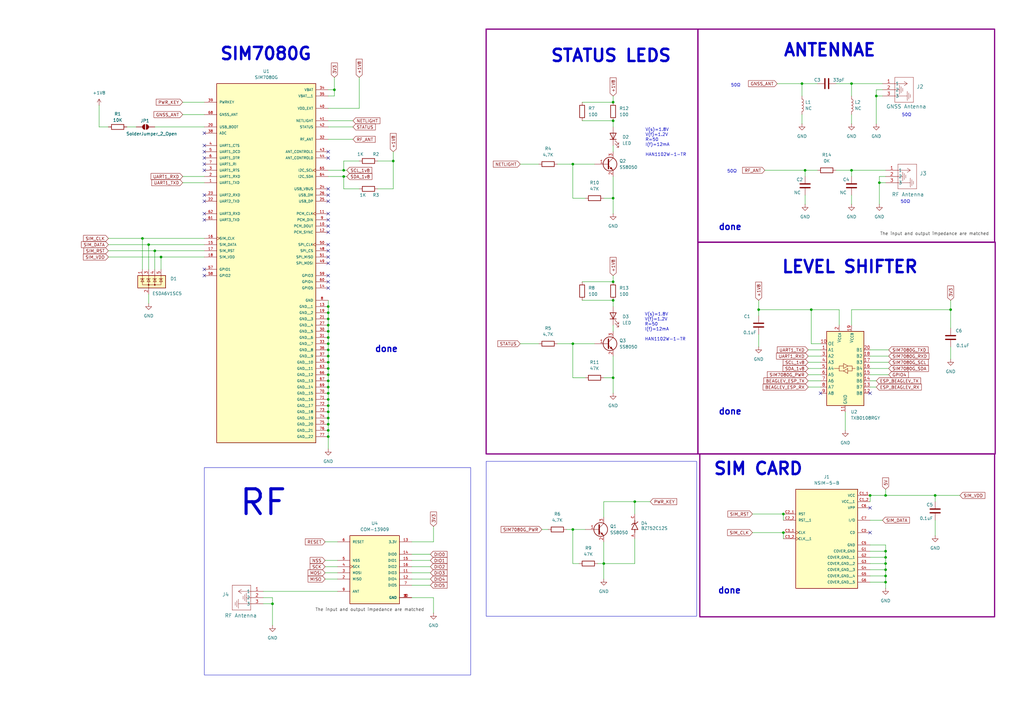
<source format=kicad_sch>
(kicad_sch (version 20231120) (generator "eeschema") (generator_version "8.0")
  (paper "A3")
  (title_block (title "IoT Gateway") (date "2025-02-19") (rev "v0.1.0") (company "Abstract Machines") (comment 1 "Designed By: Jones Kisaka") (comment 2 "Approved By: Rodney Osodo"))
  (lib_symbols
    (symbol "2024-10-22_09-22-32:CONUFL001-SMD-T" (pin_names (offset 0.254))
      (property "Reference" "J" (at 8.89 6.35 0))
      (property "Value" "CONUFL001-SMD-T" (at 0 0 0))
      (symbol "CONUFL001-SMD-T_1_1"
        (pin unspecified line (at 0 0 0) (length 5.08) (name "1") (number "1"))
        (pin unspecified line (at 0 -2.54 0) (length 5.08) (name "2") (number "2"))
        (pin unspecified line (at 0 -5.08 0) (length 5.08) (name "3") (number "3"))
      )
      (symbol "CONUFL001-SMD-T_1_2"
        (pin unspecified line (at 0 0 0) (length 5.08) (name "1") (number "1"))
        (pin unspecified line (at 0 -2.54 0) (length 5.08) (name "2") (number "2"))
        (pin unspecified line (at 0 -5.08 0) (length 5.08) (name "3") (number "3"))
      )
    )
    (symbol "BZT52C12S:BZT52C12S" (pin_names (offset 1.016))
      (property "Reference" "D" (at -5.08 2.54 0))
      (property "Value" "BZT52C12S" (at -5.08 -3.81 0))
      (symbol "BZT52C12S_0_0"
        (pin passive line (at -5.08 0 0) (length 2.54) (name "~") (number "A"))
        (pin passive line (at 5.08 0 180) (length 2.54) (name "~") (number "C"))
      )
    )
    (symbol "COM-13909:COM-13909" (pin_names (offset 1.016))
      (property "Reference" "U" (at -10.9497 13.2415 0))
      (property "Value" "COM-13909" (at -10.4265 -17.0385 0))
      (symbol "COM-13909_0_0"
        (pin power_in line (at 15.24 -12.7 180) (length 5.08) (name "GND") (number "1"))
        (pin power_in line (at 15.24 -12.7 180) (length 5.08) (name "GND") (number "10"))
        (pin bidirectional line (at 15.24 -2.54 180) (length 5.08) (name "DIO3") (number "11"))
        (pin bidirectional line (at 15.24 -5.08 180) (length 5.08) (name "DIO4") (number "12"))
        (pin power_in line (at 15.24 10.16 180) (length 5.08) (name "3.3V") (number "13"))
        (pin bidirectional line (at 15.24 5.08 180) (length 5.08) (name "DIO0") (number "14"))
        (pin bidirectional line (at 15.24 2.54 180) (length 5.08) (name "DIO1") (number "15"))
        (pin bidirectional line (at 15.24 0 180) (length 5.08) (name "DIO2") (number "16"))
        (pin input line (at -15.24 -5.08 0) (length 5.08) (name "MISO") (number "2"))
        (pin output line (at -15.24 -2.54 0) (length 5.08) (name "MOSI") (number "3"))
        (pin input clock (at -15.24 0 0) (length 5.08) (name "SCK") (number "4"))
        (pin input line (at -15.24 2.54 0) (length 5.08) (name "NSS") (number "5"))
        (pin bidirectional line (at -15.24 10.16 0) (length 5.08) (name "RESET") (number "6"))
        (pin bidirectional line (at 15.24 -7.62 180) (length 5.08) (name "DIO5") (number "7"))
        (pin power_in line (at 15.24 -12.7 180) (length 5.08) (name "GND") (number "8"))
        (pin bidirectional line (at -15.24 -10.16 0) (length 5.08) (name "ANT") (number "9"))
      )
    )
    (symbol "Device:C" (pin_numbers hide) (pin_names (offset 0.254))
      (property "Reference" "C" (at 0.635 2.54 0))
      (property "Value" "C" (at 0.635 -2.54 0))
      (symbol "C_1_1"
        (pin passive line (at 0 3.81 270) (length 2.794) (name "~") (number "1"))
        (pin passive line (at 0 -3.81 90) (length 2.794) (name "~") (number "2"))
      )
    )
    (symbol "Device:L" (pin_numbers hide) (pin_names (offset 1.016) hide)
      (property "Reference" "L" (at -1.27 0 90))
      (property "Value" "L" (at 1.905 0 90))
      (symbol "L_1_1"
        (pin passive line (at 0 3.81 270) (length 1.27) (name "1") (number "1"))
        (pin passive line (at 0 -3.81 90) (length 1.27) (name "2") (number "2"))
      )
    )
    (symbol "Device:LED" (pin_numbers hide) (pin_names (offset 1.016) hide)
      (property "Reference" "D" (at 0 2.54 0))
      (property "Value" "LED" (at 0 -2.54 0))
      (symbol "LED_1_1"
        (pin passive line (at -3.81 0 0) (length 2.54) (name "K") (number "1"))
        (pin passive line (at 3.81 0 180) (length 2.54) (name "A") (number "2"))
      )
    )
    (symbol "Device:R" (pin_numbers hide) (pin_names (offset 0))
      (property "Reference" "R" (at 2.032 0 90))
      (property "Value" "R" (at 0 0 90))
      (symbol "R_1_1"
        (pin passive line (at 0 3.81 270) (length 1.27) (name "~") (number "1"))
        (pin passive line (at 0 -3.81 90) (length 1.27) (name "~") (number "2"))
      )
    )
    (symbol "Jumper:SolderJumper_2_Open" (pin_numbers hide) (pin_names (offset 0) hide) (exclude_from_sim yes) (in_bom no)
      (property "Reference" "JP" (at 0 2.032 0))
      (property "Value" "SolderJumper_2_Open" (at 0 -2.54 0))
      (symbol "SolderJumper_2_Open_1_1"
        (pin passive line (at -3.81 0 0) (length 2.54) (name "A") (number "1"))
        (pin passive line (at 3.81 0 180) (length 2.54) (name "B") (number "2"))
      )
    )
    (symbol "Logic_LevelTranslator:TXB0108RGY"
      (property "Reference" "U" (at -6.35 16.51 0))
      (property "Value" "TXB0108RGY" (at 3.81 16.51 0))
      (symbol "TXB0108RGY_1_1"
        (pin bidirectional line (at -10.16 7.62 0) (length 2.54) (name "A1") (number "1"))
        (pin input line (at -10.16 10.16 0) (length 2.54) (name "OE") (number "10"))
        (pin power_in line (at 0 -17.78 90) (length 2.54) (name "GND") (number "11"))
        (pin bidirectional line (at 10.16 -10.16 180) (length 2.54) (name "B8") (number "12"))
        (pin bidirectional line (at 10.16 -7.62 180) (length 2.54) (name "B7") (number "13"))
        (pin bidirectional line (at 10.16 -5.08 180) (length 2.54) (name "B6") (number "14"))
        (pin bidirectional line (at 10.16 -2.54 180) (length 2.54) (name "B5") (number "15"))
        (pin bidirectional line (at 10.16 0 180) (length 2.54) (name "B4") (number "16"))
        (pin bidirectional line (at 10.16 2.54 180) (length 2.54) (name "B3") (number "17"))
        (pin bidirectional line (at 10.16 5.08 180) (length 2.54) (name "B2") (number "18"))
        (pin power_in line (at 2.54 17.78 270) (length 2.54) (name "V_{CCB}") (number "19"))
        (pin power_in line (at -2.54 17.78 270) (length 2.54) (name "V_{CCA}") (number "2"))
        (pin bidirectional line (at 10.16 7.62 180) (length 2.54) (name "B1") (number "20"))
        (pin passive line (at 0 -17.78 90) (length 2.54) hide (name "GND") (number "21"))
        (pin bidirectional line (at -10.16 5.08 0) (length 2.54) (name "A2") (number "3"))
        (pin bidirectional line (at -10.16 2.54 0) (length 2.54) (name "A3") (number "4"))
        (pin bidirectional line (at -10.16 0 0) (length 2.54) (name "A4") (number "5"))
        (pin bidirectional line (at -10.16 -2.54 0) (length 2.54) (name "A5") (number "6"))
        (pin bidirectional line (at -10.16 -5.08 0) (length 2.54) (name "A6") (number "7"))
        (pin bidirectional line (at -10.16 -7.62 0) (length 2.54) (name "A7") (number "8"))
        (pin bidirectional line (at -10.16 -10.16 0) (length 2.54) (name "A8") (number "9"))
      )
    )
    (symbol "NSIM-5-B:NSIM-5-B" (pin_names (offset 1.016))
      (property "Reference" "J" (at -12.7 13.462 0))
      (property "Value" "NSIM-5-B" (at -12.7 -30.48 0))
      (symbol "NSIM-5-B_0_0"
        (pin power_in line (at 17.78 10.16 180) (length 5.08) (name "VCC") (number "C1_1"))
        (pin power_in line (at 17.78 7.62 180) (length 5.08) (name "VCC__1") (number "C1_2"))
        (pin input line (at -17.78 2.54 0) (length 5.08) (name "RST") (number "C2_1"))
        (pin input line (at -17.78 0 0) (length 5.08) (name "RST__1") (number "C2_2"))
        (pin input clock (at -17.78 -5.08 0) (length 5.08) (name "CLK") (number "C3_1"))
        (pin input clock (at -17.78 -7.62 0) (length 5.08) (name "CLK__1") (number "C3_2"))
        (pin power_in line (at 17.78 -10.16 180) (length 5.08) (name "GND") (number "C5"))
        (pin power_in line (at 17.78 5.08 180) (length 5.08) (name "VPP") (number "C6"))
        (pin bidirectional line (at 17.78 0 180) (length 5.08) (name "I/O") (number "C7"))
        (pin passive line (at 17.78 -5.08 180) (length 5.08) (name "CD") (number "CD"))
        (pin power_in line (at 17.78 -12.7 180) (length 5.08) (name "COVER_GND") (number "G1"))
        (pin power_in line (at 17.78 -15.24 180) (length 5.08) (name "COVER_GND__1") (number "G2"))
        (pin power_in line (at 17.78 -17.78 180) (length 5.08) (name "COVER_GND__2") (number "G3"))
        (pin power_in line (at 17.78 -20.32 180) (length 5.08) (name "COVER_GND__3") (number "G4"))
        (pin power_in line (at 17.78 -22.86 180) (length 5.08) (name "COVER_GND__4") (number "G5"))
        (pin power_in line (at 17.78 -25.4 180) (length 5.08) (name "COVER_GND__5") (number "G6"))
      )
    )
    (symbol "Power_Protection:ESDA6V1SC5" (pin_names hide)
      (property "Reference" "D" (at 7.62 2.54 0))
      (property "Value" "ESDA6V1SC5" (at 7.62 0.635 0))
      (symbol "ESDA6V1SC5_0_0"
        (pin passive line (at 0 -5.08 90) (length 2.54) (name "A") (number "2"))
      )
      (symbol "ESDA6V1SC5_1_1"
        (pin passive line (at -2.54 5.08 270) (length 2.54) (name "K") (number "1"))
        (pin passive line (at 0 5.08 270) (length 2.54) (name "K") (number "3"))
        (pin passive line (at 2.54 5.08 270) (length 2.54) (name "K") (number "4"))
        (pin passive line (at 5.08 5.08 270) (length 2.54) (name "K") (number "5"))
      )
    )
    (symbol "SIM7080G:SIM7080G" (pin_names (offset 1.016))
      (property "Reference" "U" (at -20.066 44.196 0))
      (property "Value" "SIM7080G" (at -20.066 -105.156 0))
      (symbol "SIM7080G_0_0"
        (pin output line (at -25.4 2.54 0) (length 5.08) (name "UART1_TXD") (number "1"))
        (pin output line (at 25.4 -15.24 180) (length 5.08) (name "PCM_DOUT") (number "10"))
        (pin output clock (at 25.4 -10.16 180) (length 5.08) (name "PCM_CLK") (number "11"))
        (pin output line (at 25.4 -17.78 180) (length 5.08) (name "PCM_SYNC") (number "12"))
        (pin power_in line (at 25.4 -48.26 180) (length 5.08) (name "GND__1") (number "13"))
        (pin bidirectional line (at 25.4 -40.64 180) (length 5.08) (name "GPIO5") (number "14"))
        (pin bidirectional line (at -25.4 -22.86 0) (length 5.08) (name "SIM_DATA") (number "15"))
        (pin output clock (at -25.4 -20.32 0) (length 5.08) (name "SIM_CLK") (number "16"))
        (pin output line (at -25.4 -25.4 0) (length 5.08) (name "SIM_RST") (number "17"))
        (pin output line (at -25.4 -27.94 0) (length 5.08) (name "SIM_VDD") (number "18"))
        (pin power_in line (at 25.4 -50.8 180) (length 5.08) (name "GND__2") (number "19"))
        (pin input line (at -25.4 5.08 0) (length 5.08) (name "UART1_RXD") (number "2"))
        (pin input line (at -25.4 25.4 0) (length 5.08) (name "USB_BOOT") (number "20"))
        (pin power_in line (at 25.4 -53.34 180) (length 5.08) (name "GND__3") (number "21"))
        (pin output line (at -25.4 -5.08 0) (length 5.08) (name "UART2_TXD") (number "22"))
        (pin input line (at -25.4 -2.54 0) (length 5.08) (name "UART2_RXD") (number "23"))
        (pin input line (at 25.4 0 180) (length 5.08) (name "USB_VBUS") (number "24"))
        (pin bidirectional line (at 25.4 -5.08 180) (length 5.08) (name "USB_DP") (number "25"))
        (pin bidirectional line (at 25.4 -2.54 180) (length 5.08) (name "USB_DM") (number "26"))
        (pin power_in line (at 25.4 -55.88 180) (length 5.08) (name "GND__4") (number "27"))
        (pin input line (at -25.4 7.62 0) (length 5.08) (name "UART1_RTS") (number "3"))
        (pin power_in line (at 25.4 -58.42 180) (length 5.08) (name "GND__5") (number "30"))
        (pin power_in line (at 25.4 -60.96 180) (length 5.08) (name "GND__6") (number "31"))
        (pin bidirectional line (at 25.4 20.32 180) (length 5.08) (name "RF_ANT") (number "32"))
        (pin power_in line (at 25.4 -63.5 180) (length 5.08) (name "GND__7") (number "33"))
        (pin power_in line (at 25.4 40.64 180) (length 5.08) (name "VBAT") (number "34"))
        (pin power_in line (at 25.4 38.1 180) (length 5.08) (name "VBAT__1") (number "35"))
        (pin power_in line (at 25.4 -66.04 180) (length 5.08) (name "GND__8") (number "36"))
        (pin power_in line (at 25.4 -68.58 180) (length 5.08) (name "GND__9") (number "37"))
        (pin input line (at -25.4 22.86 0) (length 5.08) (name "ADC") (number "38"))
        (pin input line (at -25.4 35.56 0) (length 5.08) (name "PWRKEY") (number "39"))
        (pin output line (at -25.4 17.78 0) (length 5.08) (name "UART1_CTS") (number "4"))
        (pin output line (at 25.4 33.02 180) (length 5.08) (name "VDD_EXT") (number "40"))
        (pin output line (at 25.4 27.94 180) (length 5.08) (name "NETLIGHT") (number "41"))
        (pin output line (at 25.4 25.4 180) (length 5.08) (name "STATUS") (number "42"))
        (pin bidirectional line (at 25.4 15.24 180) (length 5.08) (name "ANT_CONTROL1") (number "43"))
        (pin output line (at 25.4 12.7 180) (length 5.08) (name "ANT_CONTROL0") (number "44"))
        (pin power_in line (at 25.4 -71.12 180) (length 5.08) (name "GND__10") (number "45"))
        (pin output line (at 25.4 -25.4 180) (length 5.08) (name "SPI_CS") (number "48"))
        (pin output line (at 25.4 -30.48 180) (length 5.08) (name "SPI_MOSI") (number "49"))
        (pin output line (at -25.4 15.24 0) (length 5.08) (name "UART1_DCD") (number "5"))
        (pin output clock (at 25.4 -22.86 180) (length 5.08) (name "SPI_CLK") (number "50"))
        (pin input line (at 25.4 -27.94 180) (length 5.08) (name "SPI_MISO") (number "51"))
        (pin bidirectional line (at -25.4 -33.02 0) (length 5.08) (name "GPIO1") (number "57"))
        (pin bidirectional line (at -25.4 -35.56 0) (length 5.08) (name "GPIO2") (number "58"))
        (pin bidirectional line (at 25.4 -35.56 180) (length 5.08) (name "GPIO3") (number "59"))
        (pin input line (at -25.4 12.7 0) (length 5.08) (name "UART1_DTR") (number "6"))
        (pin bidirectional line (at 25.4 -38.1 180) (length 5.08) (name "GPIO4") (number "60"))
        (pin output line (at -25.4 -12.7 0) (length 5.08) (name "UART3_TXD") (number "61"))
        (pin input line (at -25.4 -10.16 0) (length 5.08) (name "UART3_RXD") (number "62"))
        (pin power_in line (at 25.4 -73.66 180) (length 5.08) (name "GND__11") (number "63"))
        (pin bidirectional line (at 25.4 5.08 180) (length 5.08) (name "I2C_SDA") (number "64"))
        (pin output clock (at 25.4 7.62 180) (length 5.08) (name "I2C_SCL") (number "65"))
        (pin power_in line (at 25.4 -76.2 180) (length 5.08) (name "GND__12") (number "66"))
        (pin power_in line (at 25.4 -78.74 180) (length 5.08) (name "GND__13") (number "67"))
        (pin input line (at -25.4 30.48 0) (length 5.08) (name "GNSS_ANT") (number "68"))
        (pin power_in line (at 25.4 -81.28 180) (length 5.08) (name "GND__14") (number "69"))
        (pin output line (at -25.4 10.16 0) (length 5.08) (name "UART1_RI") (number "7"))
        (pin power_in line (at 25.4 -83.82 180) (length 5.08) (name "GND__15") (number "70"))
        (pin power_in line (at 25.4 -86.36 180) (length 5.08) (name "GND__16") (number "71"))
        (pin power_in line (at 25.4 -88.9 180) (length 5.08) (name "GND__17") (number "72"))
        (pin power_in line (at 25.4 -91.44 180) (length 5.08) (name "GND__18") (number "73"))
        (pin power_in line (at 25.4 -93.98 180) (length 5.08) (name "GND__19") (number "74"))
        (pin power_in line (at 25.4 -96.52 180) (length 5.08) (name "GND__20") (number "75"))
        (pin power_in line (at 25.4 -99.06 180) (length 5.08) (name "GND__21") (number "76"))
        (pin power_in line (at 25.4 -101.6 180) (length 5.08) (name "GND__22") (number "77"))
        (pin power_in line (at 25.4 -45.72 180) (length 5.08) (name "GND") (number "8"))
        (pin input line (at 25.4 -12.7 180) (length 5.08) (name "PCM_DIN") (number "9"))
      )
    )
    (symbol "Transistor_BJT:SS8050" (pin_names (offset 0) hide)
      (property "Reference" "Q" (at 5.08 1.905 0))
      (property "Value" "SS8050" (at 5.08 0 0))
      (symbol "SS8050_1_1"
        (pin input line (at -5.08 0 0) (length 5.715) (name "B") (number "1"))
        (pin passive line (at 2.54 -5.08 90) (length 2.54) (name "E") (number "2"))
        (pin passive line (at 2.54 5.08 270) (length 2.54) (name "C") (number "3"))
      )
    )
    (symbol "power:+1V8" (power) (pin_numbers hide) (pin_names (offset 0) hide)
      (property "Value" "+1V8" (at 0 3.556 0))
      (symbol "+1V8_1_1"
        (pin power_in line (at 0 0 90) (length 0) (name "~") (number "1"))
      )
    )
    (symbol "power:GND" (power) (pin_numbers hide) (pin_names (offset 0) hide)
      (property "Value" "GND" (at 0 -3.81 0))
      (symbol "GND_1_1"
        (pin power_in line (at 0 0 270) (length 0) (name "~") (number "1"))
      )
    )
  )
  (junction (at 359.41 39.37))
  (junction (at 63.5 102.87))
  (junction (at 134.62 130.81))
  (junction (at 161.29 66.04))
  (junction (at 363.22 231.14))
  (junction (at 389.89 127))
  (junction (at 134.62 176.53))
  (junction (at 134.62 140.97))
  (junction (at 234.95 140.97))
  (junction (at 251.46 115.57))
  (junction (at 134.62 179.07))
  (junction (at 247.65 231.14))
  (junction (at 66.04 105.41))
  (junction (at 134.62 158.75))
  (junction (at 260.35 205.74))
  (junction (at 140.97 69.85))
  (junction (at 360.68 74.93))
  (junction (at 134.62 163.83))
  (junction (at 134.62 148.59))
  (junction (at 363.22 233.68))
  (junction (at 349.25 34.29))
  (junction (at 330.2 69.85))
  (junction (at 363.22 238.76))
  (junction (at 137.16 36.83))
  (junction (at 363.22 203.2))
  (junction (at 134.62 138.43))
  (junction (at 383.54 203.2))
  (junction (at 111.76 247.65))
  (junction (at 134.62 146.05))
  (junction (at 363.22 236.22))
  (junction (at 134.62 171.45))
  (junction (at 134.62 161.29))
  (junction (at 134.62 153.67))
  (junction (at 251.46 49.53))
  (junction (at 363.22 226.06))
  (junction (at 251.46 81.28))
  (junction (at 234.95 67.31))
  (junction (at 363.22 228.6))
  (junction (at 332.74 127))
  (junction (at 321.31 210.82))
  (junction (at 234.95 217.17))
  (junction (at 328.93 34.29))
  (junction (at 134.62 173.99))
  (junction (at 321.31 218.44))
  (junction (at 251.46 41.91))
  (junction (at 140.97 72.39))
  (junction (at 134.62 156.21))
  (junction (at 134.62 133.35))
  (junction (at 251.46 123.19))
  (junction (at 134.62 135.89))
  (junction (at 356.87 203.2))
  (junction (at 349.25 69.85))
  (junction (at 134.62 166.37))
  (junction (at 134.62 143.51))
  (junction (at 58.42 97.79))
  (junction (at 134.62 151.13))
  (junction (at 251.46 154.94))
  (junction (at 134.62 168.91))
  (junction (at 134.62 128.27))
  (junction (at 134.62 125.73))
  (junction (at 60.96 100.33))
  (junction (at 311.15 127))
  (no_connect (at 83.82 82.55))
  (no_connect (at 83.82 69.85))
  (no_connect (at 134.62 115.57))
  (no_connect (at 134.62 107.95))
  (no_connect (at 356.87 208.28))
  (no_connect (at 134.62 105.41))
  (no_connect (at 356.87 161.29))
  (no_connect (at 83.82 67.31))
  (no_connect (at 134.62 95.25))
  (no_connect (at 134.62 87.63))
  (no_connect (at 83.82 59.69))
  (no_connect (at 83.82 87.63))
  (no_connect (at 356.87 218.44))
  (no_connect (at 134.62 80.01))
  (no_connect (at 83.82 113.03))
  (no_connect (at 83.82 64.77))
  (no_connect (at 134.62 102.87))
  (no_connect (at 83.82 54.61))
  (no_connect (at 83.82 62.23))
  (no_connect (at 134.62 77.47))
  (no_connect (at 134.62 90.17))
  (no_connect (at 134.62 118.11))
  (no_connect (at 134.62 92.71))
  (no_connect (at 134.62 62.23))
  (no_connect (at 336.55 161.29))
  (no_connect (at 134.62 113.03))
  (no_connect (at 83.82 80.01))
  (no_connect (at 83.82 110.49))
  (no_connect (at 134.62 100.33))
  (no_connect (at 134.62 64.77))
  (no_connect (at 134.62 82.55))
  (no_connect (at 83.82 90.17))
  (wire (pts (xy 363.22 231.14) (xy 363.22 233.68)))
  (wire (pts (xy 177.8 245.11) (xy 168.91 245.11)))
  (wire (pts (xy 133.35 237.49) (xy 138.43 237.49)))
  (wire (pts (xy 251.46 161.29) (xy 251.46 154.94)))
  (wire (pts (xy 331.47 151.13) (xy 336.55 151.13)))
  (wire (pts (xy 356.87 153.67) (xy 364.49 153.67)))
  (wire (pts (xy 60.96 100.33) (xy 60.96 110.49)))
  (wire (pts (xy 134.62 153.67) (xy 134.62 156.21)))
  (wire (pts (xy 356.87 231.14) (xy 363.22 231.14)))
  (wire (pts (xy 389.89 127) (xy 389.89 134.62)))
  (wire (pts (xy 213.36 140.97) (xy 220.98 140.97)))
  (wire (pts (xy 356.87 158.75) (xy 359.41 158.75)))
  (wire (pts (xy 332.74 127) (xy 344.17 127)))
  (wire (pts (xy 63.5 102.87) (xy 63.5 110.49)))
  (wire (pts (xy 66.04 105.41) (xy 83.82 105.41)))
  (wire (pts (xy 107.95 242.57) (xy 138.43 242.57)))
  (wire (pts (xy 363.22 203.2) (xy 383.54 203.2)))
  (wire (pts (xy 364.49 146.05) (xy 356.87 146.05)))
  (wire (pts (xy 144.78 57.15) (xy 134.62 57.15)))
  (wire (pts (xy 332.74 140.97) (xy 332.74 127)))
  (wire (pts (xy 140.97 69.85) (xy 134.62 69.85)))
  (wire (pts (xy 349.25 34.29) (xy 349.25 39.37)))
  (wire (pts (xy 74.93 74.93) (xy 83.82 74.93)))
  (wire (pts (xy 176.53 232.41) (xy 168.91 232.41)))
  (wire (pts (xy 234.95 81.28) (xy 234.95 67.31)))
  (wire (pts (xy 134.62 156.21) (xy 134.62 158.75)))
  (wire (pts (xy 133.35 229.87) (xy 138.43 229.87)))
  (wire (pts (xy 336.55 140.97) (xy 332.74 140.97)))
  (wire (pts (xy 232.41 217.17) (xy 234.95 217.17)))
  (wire (pts (xy 359.41 39.37) (xy 359.41 50.8)))
  (wire (pts (xy 134.62 168.91) (xy 134.62 171.45)))
  (wire (pts (xy 251.46 133.35) (xy 251.46 135.89)))
  (wire (pts (xy 344.17 127) (xy 344.17 133.35)))
  (wire (pts (xy 177.8 222.25) (xy 177.8 215.9)))
  (wire (pts (xy 237.49 231.14) (xy 234.95 231.14)))
  (wire (pts (xy 308.61 218.44) (xy 321.31 218.44)))
  (wire (pts (xy 134.62 179.07) (xy 134.62 184.15)))
  (wire (pts (xy 144.78 49.53) (xy 134.62 49.53)))
  (wire (pts (xy 260.35 220.98) (xy 260.35 231.14)))
  (wire (pts (xy 349.25 127) (xy 389.89 127)))
  (wire (pts (xy 234.95 154.94) (xy 234.95 140.97)))
  (wire (pts (xy 168.91 222.25) (xy 177.8 222.25)))
  (wire (pts (xy 161.29 77.47) (xy 161.29 66.04)))
  (wire (pts (xy 134.62 135.89) (xy 134.62 138.43)))
  (wire (pts (xy 330.2 80.01) (xy 330.2 83.82)))
  (wire (pts (xy 331.47 148.59) (xy 336.55 148.59)))
  (wire (pts (xy 356.87 223.52) (xy 363.22 223.52)))
  (wire (pts (xy 356.87 233.68) (xy 363.22 233.68)))
  (wire (pts (xy 331.47 143.51) (xy 336.55 143.51)))
  (wire (pts (xy 349.25 80.01) (xy 349.25 83.82)))
  (wire (pts (xy 107.95 245.11) (xy 111.76 245.11)))
  (wire (pts (xy 58.42 97.79) (xy 58.42 110.49)))
  (wire (pts (xy 349.25 34.29) (xy 361.95 34.29)))
  (wire (pts (xy 346.71 168.91) (xy 346.71 176.53)))
  (wire (pts (xy 356.87 236.22) (xy 363.22 236.22)))
  (wire (pts (xy 154.94 77.47) (xy 161.29 77.47)))
  (wire (pts (xy 311.15 127) (xy 311.15 129.54)))
  (wire (pts (xy 222.25 217.17) (xy 224.79 217.17)))
  (wire (pts (xy 176.53 234.95) (xy 168.91 234.95)))
  (wire (pts (xy 364.49 143.51) (xy 356.87 143.51)))
  (wire (pts (xy 363.22 72.39) (xy 360.68 72.39)))
  (wire (pts (xy 260.35 205.74) (xy 260.35 210.82)))
  (wire (pts (xy 140.97 77.47) (xy 140.97 72.39)))
  (wire (pts (xy 356.87 238.76) (xy 363.22 238.76)))
  (wire (pts (xy 40.64 52.07) (xy 44.45 52.07)))
  (wire (pts (xy 331.47 153.67) (xy 336.55 153.67)))
  (wire (pts (xy 60.96 120.65) (xy 60.96 124.46)))
  (wire (pts (xy 260.35 231.14) (xy 247.65 231.14)))
  (wire (pts (xy 63.5 52.07) (xy 83.82 52.07)))
  (wire (pts (xy 134.62 166.37) (xy 134.62 168.91)))
  (wire (pts (xy 142.24 72.39) (xy 140.97 72.39)))
  (wire (pts (xy 349.25 69.85) (xy 363.22 69.85)))
  (wire (pts (xy 238.76 115.57) (xy 251.46 115.57)))
  (wire (pts (xy 349.25 46.99) (xy 349.25 50.8)))
  (wire (pts (xy 260.35 205.74) (xy 266.7 205.74)))
  (wire (pts (xy 134.62 176.53) (xy 134.62 179.07)))
  (wire (pts (xy 356.87 226.06) (xy 363.22 226.06)))
  (wire (pts (xy 361.95 213.36) (xy 356.87 213.36)))
  (wire (pts (xy 176.53 240.03) (xy 168.91 240.03)))
  (wire (pts (xy 234.95 231.14) (xy 234.95 217.17)))
  (wire (pts (xy 238.76 41.91) (xy 251.46 41.91)))
  (wire (pts (xy 330.2 69.85) (xy 335.28 69.85)))
  (wire (pts (xy 240.03 81.28) (xy 234.95 81.28)))
  (wire (pts (xy 228.6 140.97) (xy 234.95 140.97)))
  (wire (pts (xy 134.62 130.81) (xy 134.62 133.35)))
  (wire (pts (xy 137.16 31.75) (xy 137.16 36.83)))
  (wire (pts (xy 238.76 49.53) (xy 251.46 49.53)))
  (wire (pts (xy 63.5 102.87) (xy 83.82 102.87)))
  (wire (pts (xy 359.41 39.37) (xy 361.95 39.37)))
  (wire (pts (xy 363.22 223.52) (xy 363.22 226.06)))
  (wire (pts (xy 134.62 128.27) (xy 134.62 130.81)))
  (wire (pts (xy 134.62 148.59) (xy 134.62 151.13)))
  (wire (pts (xy 55.88 52.07) (xy 52.07 52.07)))
  (wire (pts (xy 342.9 34.29) (xy 349.25 34.29)))
  (wire (pts (xy 247.65 154.94) (xy 251.46 154.94)))
  (wire (pts (xy 144.78 52.07) (xy 134.62 52.07)))
  (wire (pts (xy 331.47 146.05) (xy 336.55 146.05)))
  (wire (pts (xy 134.62 143.51) (xy 134.62 146.05)))
  (wire (pts (xy 234.95 217.17) (xy 240.03 217.17)))
  (wire (pts (xy 363.22 228.6) (xy 363.22 231.14)))
  (wire (pts (xy 176.53 237.49) (xy 168.91 237.49)))
  (wire (pts (xy 240.03 154.94) (xy 234.95 154.94)))
  (wire (pts (xy 154.94 66.04) (xy 161.29 66.04)))
  (wire (pts (xy 176.53 227.33) (xy 168.91 227.33)))
  (wire (pts (xy 134.62 161.29) (xy 134.62 163.83)))
  (wire (pts (xy 228.6 67.31) (xy 234.95 67.31)))
  (wire (pts (xy 134.62 171.45) (xy 134.62 173.99)))
  (wire (pts (xy 356.87 156.21) (xy 359.41 156.21)))
  (wire (pts (xy 363.22 238.76) (xy 363.22 241.3)))
  (wire (pts (xy 134.62 140.97) (xy 134.62 143.51)))
  (wire (pts (xy 383.54 203.2) (xy 393.7 203.2)))
  (wire (pts (xy 134.62 151.13) (xy 134.62 153.67)))
  (wire (pts (xy 364.49 151.13) (xy 356.87 151.13)))
  (wire (pts (xy 107.95 247.65) (xy 111.76 247.65)))
  (wire (pts (xy 328.93 34.29) (xy 335.28 34.29)))
  (wire (pts (xy 134.62 123.19) (xy 134.62 125.73)))
  (wire (pts (xy 311.15 127) (xy 332.74 127)))
  (wire (pts (xy 74.93 72.39) (xy 83.82 72.39)))
  (wire (pts (xy 251.46 154.94) (xy 251.46 146.05)))
  (wire (pts (xy 234.95 140.97) (xy 243.84 140.97)))
  (wire (pts (xy 251.46 113.03) (xy 251.46 115.57)))
  (wire (pts (xy 321.31 218.44) (xy 321.31 220.98)))
  (wire (pts (xy 142.24 69.85) (xy 140.97 69.85)))
  (wire (pts (xy 361.95 36.83) (xy 359.41 36.83)))
  (wire (pts (xy 328.93 46.99) (xy 328.93 50.8)))
  (wire (pts (xy 213.36 67.31) (xy 220.98 67.31)))
  (wire (pts (xy 251.46 49.53) (xy 251.46 52.07)))
  (wire (pts (xy 161.29 66.04) (xy 161.29 62.23)))
  (wire (pts (xy 383.54 213.36) (xy 383.54 219.71)))
  (wire (pts (xy 331.47 156.21) (xy 336.55 156.21)))
  (wire (pts (xy 308.61 210.82) (xy 321.31 210.82)))
  (wire (pts (xy 389.89 123.19) (xy 389.89 127)))
  (wire (pts (xy 360.68 74.93) (xy 360.68 83.82)))
  (wire (pts (xy 318.77 34.29) (xy 328.93 34.29)))
  (wire (pts (xy 134.62 39.37) (xy 137.16 39.37)))
  (wire (pts (xy 238.76 123.19) (xy 251.46 123.19)))
  (wire (pts (xy 251.46 87.63) (xy 251.46 81.28)))
  (wire (pts (xy 342.9 69.85) (xy 349.25 69.85)))
  (wire (pts (xy 363.22 236.22) (xy 363.22 238.76)))
  (wire (pts (xy 363.22 233.68) (xy 363.22 236.22)))
  (wire (pts (xy 111.76 247.65) (xy 111.76 256.54)))
  (wire (pts (xy 330.2 69.85) (xy 330.2 72.39)))
  (wire (pts (xy 356.87 228.6) (xy 363.22 228.6)))
  (wire (pts (xy 363.22 226.06) (xy 363.22 228.6)))
  (wire (pts (xy 247.65 237.49) (xy 247.65 231.14)))
  (wire (pts (xy 66.04 105.41) (xy 66.04 110.49)))
  (wire (pts (xy 134.62 146.05) (xy 134.62 148.59)))
  (wire (pts (xy 111.76 245.11) (xy 111.76 247.65)))
  (wire (pts (xy 176.53 229.87) (xy 168.91 229.87)))
  (wire (pts (xy 147.32 44.45) (xy 147.32 31.75)))
  (wire (pts (xy 349.25 133.35) (xy 349.25 127)))
  (wire (pts (xy 134.62 163.83) (xy 134.62 166.37)))
  (wire (pts (xy 356.87 203.2) (xy 363.22 203.2)))
  (wire (pts (xy 360.68 74.93) (xy 363.22 74.93)))
  (wire (pts (xy 251.46 39.37) (xy 251.46 41.91)))
  (wire (pts (xy 251.46 59.69) (xy 251.46 62.23)))
  (wire (pts (xy 134.62 44.45) (xy 147.32 44.45)))
  (wire (pts (xy 40.64 43.18) (xy 40.64 52.07)))
  (wire (pts (xy 177.8 251.46) (xy 177.8 245.11)))
  (wire (pts (xy 134.62 36.83) (xy 137.16 36.83)))
  (wire (pts (xy 383.54 203.2) (xy 383.54 205.74)))
  (wire (pts (xy 247.65 81.28) (xy 251.46 81.28)))
  (wire (pts (xy 133.35 234.95) (xy 138.43 234.95)))
  (wire (pts (xy 313.69 69.85) (xy 330.2 69.85)))
  (wire (pts (xy 363.22 200.66) (xy 363.22 203.2)))
  (wire (pts (xy 74.93 41.91) (xy 83.82 41.91)))
  (wire (pts (xy 360.68 72.39) (xy 360.68 74.93)))
  (wire (pts (xy 44.45 100.33) (xy 60.96 100.33)))
  (wire (pts (xy 321.31 210.82) (xy 321.31 213.36)))
  (wire (pts (xy 311.15 137.16) (xy 311.15 142.24)))
  (wire (pts (xy 311.15 123.19) (xy 311.15 127)))
  (wire (pts (xy 44.45 97.79) (xy 58.42 97.79)))
  (wire (pts (xy 134.62 133.35) (xy 134.62 135.89)))
  (wire (pts (xy 133.35 222.25) (xy 138.43 222.25)))
  (wire (pts (xy 349.25 69.85) (xy 349.25 72.39)))
  (wire (pts (xy 147.32 66.04) (xy 140.97 66.04)))
  (wire (pts (xy 247.65 205.74) (xy 260.35 205.74)))
  (wire (pts (xy 364.49 148.59) (xy 356.87 148.59)))
  (wire (pts (xy 44.45 102.87) (xy 63.5 102.87)))
  (wire (pts (xy 140.97 72.39) (xy 134.62 72.39)))
  (wire (pts (xy 74.93 46.99) (xy 83.82 46.99)))
  (wire (pts (xy 247.65 231.14) (xy 247.65 222.25)))
  (wire (pts (xy 331.47 158.75) (xy 336.55 158.75)))
  (wire (pts (xy 140.97 66.04) (xy 140.97 69.85)))
  (wire (pts (xy 134.62 173.99) (xy 134.62 176.53)))
  (wire (pts (xy 356.87 203.2) (xy 356.87 205.74)))
  (wire (pts (xy 134.62 138.43) (xy 134.62 140.97)))
  (wire (pts (xy 58.42 97.79) (xy 83.82 97.79)))
  (wire (pts (xy 234.95 67.31) (xy 243.84 67.31)))
  (wire (pts (xy 328.93 34.29) (xy 328.93 39.37)))
  (wire (pts (xy 389.89 142.24) (xy 389.89 147.32)))
  (wire (pts (xy 44.45 105.41) (xy 66.04 105.41)))
  (wire (pts (xy 60.96 100.33) (xy 83.82 100.33)))
  (wire (pts (xy 133.35 232.41) (xy 138.43 232.41)))
  (wire (pts (xy 134.62 125.73) (xy 134.62 128.27)))
  (wire (pts (xy 251.46 123.19) (xy 251.46 125.73)))
  (wire (pts (xy 251.46 81.28) (xy 251.46 72.39)))
  (wire (pts (xy 147.32 77.47) (xy 140.97 77.47)))
  (wire (pts (xy 247.65 212.09) (xy 247.65 205.74)))
  (wire (pts (xy 137.16 39.37) (xy 137.16 36.83)))
  (wire (pts (xy 134.62 158.75) (xy 134.62 161.29)))
  (wire (pts (xy 359.41 36.83) (xy 359.41 39.37)))
  (wire (pts (xy 245.11 231.14) (xy 247.65 231.14)))
  (rectangle (start 199.39 189.23) (end 285.75 252.73))
  (rectangle (start 286.258 11.938) (end 407.924 99.314) (stroke (width 0.5) (color 132 0 132 1)))
  (rectangle (start 286.258 99.314) (end 408.178 186.182) (stroke (width 0.5) (color 132 0 132 1)))
  (rectangle (start 199.39 11.938) (end 286.258 186.182) (stroke (width 0.5) (color 132 0 132 1)))
  (rectangle (start 83.82 191.77) (end 193.04 276.86))
  (rectangle (start 287.02 186.182) (end 407.924 252.984) (stroke (width 0.5) (color 132 0 132 1)))
  (text "V(s)=1.8V\nV(f)=1.2V\nR=50\nI(f)=12mA\n\nHAN1102W-1-TR" (at 264.414 134.112 0) (effects (font (size 1.27 1.27)) (justify left)))
  (text "50Ω" (at 298.196 70.358 0) (effects (font (size 1.27 1.27)) (justify left)))
  (text "done" (at 299.212 242.316 0) (effects (font (size 2.54 2.54) (thickness 0.508) (bold yes))))
  (text "The input and output impedance are matched\n" (at 129.286 250.19 0) (effects (font (size 1.27 1.27)) (justify left)))
  (text "LEVEL SHIFTER\n" (at 320.294 112.522 0) (effects (font (size 5 5) (thickness 1) (bold yes)) (justify left bottom)))
  (text "ANTENNAE\n" (at 321.056 23.622 0) (effects (font (size 5 5) (thickness 1) (bold yes)) (justify left bottom)))
  (text "SIM7080G" (at 89.916 25.146 0) (effects (font (size 5 5) (thickness 1) (bold yes)) (justify left bottom)))
  (text "SIM CARD\n" (at 292.354 195.326 0) (effects (font (size 5 5) (thickness 1) (bold yes)) (justify left bottom)))
  (text "done" (at 299.466 93.218 0) (effects (font (size 2.54 2.54) (thickness 0.508) (bold yes))))
  (text "done" (at 158.496 143.256 0) (effects (font (size 2.54 2.54) (thickness 0.508) (bold yes))))
  (text "V(s)=1.8V\nV(f)=1.2V\nR=50\nI(f)=12mA\n\nHAN1102W-1-TR" (at 264.668 58.42 0) (effects (font (size 1.27 1.27)) (justify left)))
  (text "RF" (at 107.95 206.248 0) (effects (font (size 10.16 10.16) (thickness 1.27))))
  (text "The input and output impedance are matched\n" (at 360.934 96.012 0) (effects (font (size 1.27 1.27)) (justify left)))
  (text "50Ω" (at 299.72 35.052 0) (effects (font (size 1.27 1.27)) (justify left)))
  (text "STATUS LEDS\n" (at 225.552 25.908 0) (effects (font (size 5 5) (thickness 1) (bold yes)) (justify left bottom)))
  (text "50Ω" (at 369.824 47.244 0) (effects (font (size 1.27 1.27)) (justify left)))
  (text "done" (at 299.466 168.91 0) (effects (font (size 2.54 2.54) (thickness 0.508) (bold yes))))
  (text "50Ω" (at 369.316 82.804 0) (effects (font (size 1.27 1.27)) (justify left)))
  (global_label "ESP_BEAGLEV_RX" (shape input) (at 359.41 158.75 0) (property "Intersheetrefs" "${INTERSHEET_REFS}" (effects (hide yes))))
  (global_label "SDA_1v8" (shape input) (at 142.24 72.39 0) (property "Intersheetrefs" "${INTERSHEET_REFS}" (effects (hide yes))))
  (global_label "+1V8" (shape input) (at 251.46 113.03 90) (property "Intersheetrefs" "${INTERSHEET_REFS}" (effects (hide yes))))
  (global_label "STATUS" (shape input) (at 144.78 52.07 0) (property "Intersheetrefs" "${INTERSHEET_REFS}" (effects (hide yes))))
  (global_label "NETLIGHT" (shape input) (at 144.78 49.53 0) (property "Intersheetrefs" "${INTERSHEET_REFS}" (effects (hide yes))))
  (global_label "SIM_RST" (shape input) (at 44.45 102.87 180) (property "Intersheetrefs" "${INTERSHEET_REFS}" (effects (hide yes))))
  (global_label "DIO5" (shape input) (at 176.53 240.03 0) (property "Intersheetrefs" "${INTERSHEET_REFS}" (effects (hide yes))))
  (global_label "DIO0" (shape input) (at 176.53 227.33 0) (property "Intersheetrefs" "${INTERSHEET_REFS}" (effects (hide yes))))
  (global_label "SIM_DATA" (shape input) (at 361.95 213.36 0) (property "Intersheetrefs" "${INTERSHEET_REFS}" (effects (hide yes))))
  (global_label "SIM7080G_PWR" (shape input) (at 331.47 153.67 180) (property "Intersheetrefs" "${INTERSHEET_REFS}" (effects (hide yes))))
  (global_label "DIO2" (shape input) (at 176.53 232.41 0) (property "Intersheetrefs" "${INTERSHEET_REFS}" (effects (hide yes))))
  (global_label "ESP_BEAGLEV_TX" (shape input) (at 359.41 156.21 0) (property "Intersheetrefs" "${INTERSHEET_REFS}" (effects (hide yes))))
  (global_label "MISO" (shape input) (at 133.35 237.49 180) (property "Intersheetrefs" "${INTERSHEET_REFS}" (effects (hide yes))))
  (global_label "SIM7080G_TXD" (shape input) (at 364.49 143.51 0) (property "Intersheetrefs" "${INTERSHEET_REFS}" (effects (hide yes))))
  (global_label "SIM_VDD" (shape input) (at 44.45 105.41 180) (property "Intersheetrefs" "${INTERSHEET_REFS}" (effects (hide yes))))
  (global_label "SIM7080G_PWR" (shape input) (at 222.25 217.17 180) (property "Intersheetrefs" "${INTERSHEET_REFS}" (effects (hide yes))))
  (global_label "SIM_DATA" (shape input) (at 44.45 100.33 180) (property "Intersheetrefs" "${INTERSHEET_REFS}" (effects (hide yes))))
  (global_label "SIM7080G_RXD" (shape input) (at 364.49 146.05 0) (property "Intersheetrefs" "${INTERSHEET_REFS}" (effects (hide yes))))
  (global_label "GNSS_ANT" (shape input) (at 74.93 46.99 180) (property "Intersheetrefs" "${INTERSHEET_REFS}" (effects (hide yes))))
  (global_label "RF_ANT" (shape input) (at 313.69 69.85 180) (property "Intersheetrefs" "${INTERSHEET_REFS}" (effects (hide yes))))
  (global_label "UART1_RXD" (shape input) (at 331.47 146.05 180) (property "Intersheetrefs" "${INTERSHEET_REFS}" (effects (hide yes))))
  (global_label "3V3" (shape input) (at 177.8 215.9 90) (property "Intersheetrefs" "${INTERSHEET_REFS}" (effects (hide yes))))
  (global_label "NSS" (shape input) (at 133.35 229.87 180) (property "Intersheetrefs" "${INTERSHEET_REFS}" (effects (hide yes))))
  (global_label "NETLIGHT" (shape input) (at 213.36 67.31 180) (property "Intersheetrefs" "${INTERSHEET_REFS}" (effects (hide yes))))
  (global_label "+1V8" (shape input) (at 251.46 39.37 90) (property "Intersheetrefs" "${INTERSHEET_REFS}" (effects (hide yes))))
  (global_label "3V3" (shape input) (at 389.89 123.19 90) (property "Intersheetrefs" "${INTERSHEET_REFS}" (effects (hide yes))))
  (global_label "STATUS" (shape input) (at 213.36 140.97 180) (property "Intersheetrefs" "${INTERSHEET_REFS}" (effects (hide yes))))
  (global_label "SIM_CLK" (shape input) (at 308.61 218.44 180) (property "Intersheetrefs" "${INTERSHEET_REFS}" (effects (hide yes))))
  (global_label "BEAGLEV_ESP_RX" (shape input) (at 331.47 158.75 180) (property "Intersheetrefs" "${INTERSHEET_REFS}" (effects (hide yes))))
  (global_label "PWR_KEY" (shape input) (at 74.93 41.91 180) (property "Intersheetrefs" "${INTERSHEET_REFS}" (effects (hide yes))))
  (global_label "SIM_CLK" (shape input) (at 44.45 97.79 180) (property "Intersheetrefs" "${INTERSHEET_REFS}" (effects (hide yes))))
  (global_label "DIO4" (shape input) (at 176.53 237.49 0) (property "Intersheetrefs" "${INTERSHEET_REFS}" (effects (hide yes))))
  (global_label "DIO3" (shape input) (at 176.53 234.95 0) (property "Intersheetrefs" "${INTERSHEET_REFS}" (effects (hide yes))))
  (global_label "RESET" (shape input) (at 133.35 222.25 180) (property "Intersheetrefs" "${INTERSHEET_REFS}" (effects (hide yes))))
  (global_label "DIO1" (shape input) (at 176.53 229.87 0) (property "Intersheetrefs" "${INTERSHEET_REFS}" (effects (hide yes))))
  (global_label "SIM7080G_SDA" (shape input) (at 364.49 151.13 0) (property "Intersheetrefs" "${INTERSHEET_REFS}" (effects (hide yes))))
  (global_label "SDA_1v8" (shape input) (at 331.47 151.13 180) (property "Intersheetrefs" "${INTERSHEET_REFS}" (effects (hide yes))))
  (global_label "+1V8" (shape input) (at 147.32 31.75 90) (property "Intersheetrefs" "${INTERSHEET_REFS}" (effects (hide yes))))
  (global_label "SCL_1v8" (shape input) (at 331.47 148.59 180) (property "Intersheetrefs" "${INTERSHEET_REFS}" (effects (hide yes))))
  (global_label "BEAGLEV_ESP_TX" (shape input) (at 331.47 156.21 180) (property "Intersheetrefs" "${INTERSHEET_REFS}" (effects (hide yes))))
  (global_label "SIM7080G_SCL" (shape input) (at 364.49 148.59 0) (property "Intersheetrefs" "${INTERSHEET_REFS}" (effects (hide yes))))
  (global_label "MOSI" (shape input) (at 133.35 234.95 180) (property "Intersheetrefs" "${INTERSHEET_REFS}" (effects (hide yes))))
  (global_label "SCK" (shape input) (at 133.35 232.41 180) (property "Intersheetrefs" "${INTERSHEET_REFS}" (effects (hide yes))))
  (global_label "SIM_RST" (shape input) (at 308.61 210.82 180) (property "Intersheetrefs" "${INTERSHEET_REFS}" (effects (hide yes))))
  (global_label "SIM_VDD" (shape input) (at 393.7 203.2 0) (property "Intersheetrefs" "${INTERSHEET_REFS}" (effects (hide yes))))
  (global_label "UART1_RXD" (shape input) (at 74.93 72.39 180) (property "Intersheetrefs" "${INTERSHEET_REFS}" (effects (hide yes))))
  (global_label "+1V8" (shape input) (at 161.29 62.23 90) (property "Intersheetrefs" "${INTERSHEET_REFS}" (effects (hide yes))))
  (global_label "UART1_TXD" (shape input) (at 331.47 143.51 180) (property "Intersheetrefs" "${INTERSHEET_REFS}" (effects (hide yes))))
  (global_label "GNSS_ANT" (shape input) (at 318.77 34.29 180) (property "Intersheetrefs" "${INTERSHEET_REFS}" (effects (hide yes))))
  (global_label "SCL_1v8" (shape input) (at 142.24 69.85 0) (property "Intersheetrefs" "${INTERSHEET_REFS}" (effects (hide yes))))
  (global_label "+1V8" (shape input) (at 311.15 123.19 90) (property "Intersheetrefs" "${INTERSHEET_REFS}" (effects (hide yes))))
  (global_label "UART1_TXD" (shape input) (at 74.93 74.93 180) (property "Intersheetrefs" "${INTERSHEET_REFS}" (effects (hide yes))))
  (global_label "GPIO4" (shape input) (at 364.49 153.67 0) (property "Intersheetrefs" "${INTERSHEET_REFS}" (effects (hide yes))))
  (global_label "3V3" (shape input) (at 137.16 31.75 90) (property "Intersheetrefs" "${INTERSHEET_REFS}" (effects (hide yes))))
  (global_label "PWR_KEY" (shape input) (at 266.7 205.74 0) (property "Intersheetrefs" "${INTERSHEET_REFS}" (effects (hide yes))))
  (global_label "RF_ANT" (shape input) (at 144.78 57.15 0) (property "Intersheetrefs" "${INTERSHEET_REFS}" (effects (hide yes))))
  (global_label "5V" (shape input) (at 363.22 200.66 90) (property "Intersheetrefs" "${INTERSHEET_REFS}" (effects (hide yes))))
  (symbol (lib_id "Device:L") (at 328.93 43.18 0) (unit 1) (in_bom no) (on_board no)
    (property "Reference" "L1" (at 330.2 41.9099 0) (effects (justify left)))
    (property "Value" "NC" (at 330.2 44.4499 0) (effects (justify left)))
    (property "Description" "Inductor" (effects (hide yes)))
  )
  (symbol (lib_id "NSIM-5-B:NSIM-5-B") (at 339.09 213.36 0) (unit 1)
    (property "Reference" "J1" (at 339.09 195.58 0))
    (property "Value" "NSIM-5-B" (at 339.09 198.12 0))
    (property "Footprint" "Module:CUI_NSIM-5-B" (effects (hide yes)))
    (property "PARTREV" "1.0" (effects (hide yes)))
    (property "STANDARD" "Manufacturer Recommendations" (effects (hide yes)))
    (property "MAXIMUM_PACKAGE_HEIGHT" "1.5mm" (effects (hide yes)))
    (property "MANUFACTURER" "CUI Devices" (effects (hide yes)))
  )
  (symbol (lib_id "power:GND") (at 247.65 237.49 0) (unit 1)
    (property "Reference" "#PWR07" (effects (hide yes)))
    (property "Value" "GND" (at 247.65 242.57 0))
    (property "Description" "Power symbol creates a global label with name \"GND\" , ground" (effects (hide yes)))
  )
  (symbol (lib_id "power:GND") (at 251.46 87.63 0) (unit 1)
    (property "Reference" "#PWR09" (effects (hide yes)))
    (property "Value" "GND" (at 251.46 92.71 0))
    (property "Description" "Power symbol creates a global label with name \"GND\" , ground" (effects (hide yes)))
  )
  (symbol (lib_id "Device:L") (at 349.25 43.18 0) (unit 1) (in_bom no) (on_board no)
    (property "Reference" "L2" (at 350.52 41.9099 0) (effects (justify left)))
    (property "Value" "NC" (at 350.52 44.4499 0) (effects (justify left)))
    (property "Description" "Inductor" (effects (hide yes)))
  )
  (symbol (lib_id "power:GND") (at 349.25 50.8 0) (unit 1)
    (property "Reference" "#PWR017" (effects (hide yes)))
    (property "Value" "GND" (at 349.25 55.88 0))
    (property "Description" "Power symbol creates a global label with name \"GND\" , ground" (effects (hide yes)))
  )
  (symbol (lib_id "power:GND") (at 346.71 176.53 0) (unit 1)
    (property "Reference" "#PWR016" (effects (hide yes)))
    (property "Value" "GND" (at 346.71 181.61 0))
    (property "Description" "Power symbol creates a global label with name \"GND\" , ground" (effects (hide yes)))
  )
  (symbol (lib_id "Device:LED") (at 251.46 55.88 90) (unit 1)
    (property "Reference" "D2" (at 255.27 56.1974 90) (effects (justify right)))
    (property "Value" "LED" (at 255.27 58.7374 90) (effects (justify right)))
    (property "Footprint" "LED_SMD:LED_1206_3216Metric" (effects (hide yes)))
    (property "Description" "Light emitting diode" (effects (hide yes)))
  )
  (symbol (lib_id "Transistor_BJT:SS8050") (at 248.92 67.31 0) (unit 1)
    (property "Reference" "Q2" (at 254 66.0399 0) (effects (justify left)))
    (property "Value" "SS8050" (at 254 68.5799 0) (effects (justify left)))
    (property "Footprint" "Package_TO_SOT_SMD:SOT-23" (effects (hide yes)))
    (property "Datasheet" "http://www.secosgmbh.com/datasheet/products/SSMPTransistor/SOT-23/SS8050.pdf" (effects (hide yes)))
    (property "Description" "General Purpose NPN Transistor, 1.5A Ic, 25V Vce, SOT-23" (effects (hide yes)))
  )
  (symbol (lib_id "Device:R") (at 251.46 45.72 0) (unit 1)
    (property "Reference" "R12" (at 254 44.4499 0) (effects (justify left)))
    (property "Value" "100" (at 254 46.9899 0) (effects (justify left)))
    (property "Footprint" "Resistor_SMD:R_0603_1608Metric" (effects (hide yes)))
    (property "Description" "Resistor" (effects (hide yes)))
  )
  (symbol (lib_id "power:GND") (at 111.76 256.54 0) (unit 1)
    (property "Reference" "#PWR030" (effects (hide yes)))
    (property "Value" "GND" (at 111.76 261.62 0))
    (property "Description" "Power symbol creates a global label with name \"GND\" , ground" (effects (hide yes)))
  )
  (symbol (lib_id "power:GND") (at 389.89 147.32 0) (unit 1)
    (property "Reference" "#PWR025" (effects (hide yes)))
    (property "Value" "GND" (at 389.89 152.4 0))
    (property "Description" "Power symbol creates a global label with name \"GND\" , ground" (effects (hide yes)))
  )
  (symbol (lib_id "power:GND") (at 363.22 241.3 0) (unit 1)
    (property "Reference" "#PWR022" (effects (hide yes)))
    (property "Value" "GND" (at 363.22 246.38 0))
    (property "Description" "Power symbol creates a global label with name \"GND\" , ground" (effects (hide yes)))
  )
  (symbol (lib_id "power:GND") (at 349.25 83.82 0) (unit 1)
    (property "Reference" "#PWR018" (effects (hide yes)))
    (property "Value" "GND" (at 349.25 88.9 0))
    (property "Description" "Power symbol creates a global label with name \"GND\" , ground" (effects (hide yes)))
  )
  (symbol (lib_id "2024-10-22_09-22-32:CONUFL001-SMD-T") (at 361.95 34.29 0) (unit 1)
    (property "Reference" "J2" (at 375.92 35.5599 0) (effects (font (size 1.524 1.524)) (justify left)))
    (property "Value" "GNSS Antenna" (at 363.474 43.688 0) (effects (font (size 1.524 1.524)) (justify left)))
    (property "Footprint" "Module:IPEX_20279-001E-03" (effects (hide yes)))
    (property "Datasheet" "CONUFL001-SMD-T" (effects (hide yes)))
  )
  (symbol (lib_id "Device:C") (at 383.54 209.55 0) (unit 1)
    (property "Reference" "C5" (at 379.984 207.01 0) (effects (justify left)))
    (property "Value" "0.1uF" (at 377.19 212.598 0) (effects (justify left)))
    (property "Footprint" "Capacitor_SMD:C_0603_1608Metric" (effects (hide yes)))
    (property "Description" "Unpolarized capacitor" (effects (hide yes)))
  )
  (symbol (lib_id "power:GND") (at 359.41 50.8 0) (unit 1)
    (property "Reference" "#PWR019" (effects (hide yes)))
    (property "Value" "GND" (at 359.41 55.88 0))
    (property "Description" "Power symbol creates a global label with name \"GND\" , ground" (effects (hide yes)))
  )
  (symbol (lib_id "Device:R") (at 243.84 81.28 270) (unit 1)
    (property "Reference" "R10" (at 243.84 74.93 90))
    (property "Value" "47K" (at 243.84 77.47 90))
    (property "Footprint" "Resistor_SMD:R_0603_1608Metric" (effects (hide yes)))
    (property "Description" "Resistor" (effects (hide yes)))
  )
  (symbol (lib_id "Transistor_BJT:SS8050") (at 248.92 140.97 0) (unit 1)
    (property "Reference" "Q3" (at 254 139.6999 0) (effects (justify left)))
    (property "Value" "SS8050" (at 254 142.2399 0) (effects (justify left)))
    (property "Footprint" "Package_TO_SOT_SMD:SOT-23" (effects (hide yes)))
    (property "Datasheet" "http://www.secosgmbh.com/datasheet/products/SSMPTransistor/SOT-23/SS8050.pdf" (effects (hide yes)))
    (property "Description" "General Purpose NPN Transistor, 1.5A Ic, 25V Vce, SOT-23" (effects (hide yes)))
  )
  (symbol (lib_id "Transistor_BJT:SS8050") (at 245.11 217.17 0) (unit 1)
    (property "Reference" "Q1" (at 250.19 215.8999 0) (effects (justify left)))
    (property "Value" "SS8050" (at 250.19 218.4399 0) (effects (justify left)))
    (property "Footprint" "Package_TO_SOT_SMD:SOT-23" (effects (hide yes)))
    (property "Datasheet" "http://www.secosgmbh.com/datasheet/products/SSMPTransistor/SOT-23/SS8050.pdf" (effects (hide yes)))
    (property "Description" "General Purpose NPN Transistor, 1.5A Ic, 25V Vce, SOT-23" (effects (hide yes)))
  )
  (symbol (lib_id "Device:R") (at 228.6 217.17 270) (unit 1)
    (property "Reference" "R6" (at 228.6 210.82 90))
    (property "Value" "4.7K" (at 228.6 213.36 90))
    (property "Footprint" "Resistor_SMD:R_0603_1608Metric" (effects (hide yes)))
    (property "Description" "Resistor" (effects (hide yes)))
  )
  (symbol (lib_id "Device:R") (at 339.09 69.85 270) (unit 1)
    (property "Reference" "R14" (at 339.09 63.5 90))
    (property "Value" "0K" (at 339.09 66.04 90))
    (property "Footprint" "Resistor_SMD:R_0603_1608Metric" (effects (hide yes)))
    (property "Description" "Resistor" (effects (hide yes)))
  )
  (symbol (lib_id "power:GND") (at 251.46 161.29 0) (unit 1)
    (property "Reference" "#PWR011" (effects (hide yes)))
    (property "Value" "GND" (at 251.46 166.37 0))
    (property "Description" "Power symbol creates a global label with name \"GND\" , ground" (effects (hide yes)))
  )
  (symbol (lib_id "Device:C") (at 389.89 138.43 0) (unit 1)
    (property "Reference" "C6" (at 391.922 135.636 0) (effects (justify left)))
    (property "Value" "0.1uF" (at 392.176 141.732 0) (effects (justify left)))
    (property "Footprint" "Capacitor_SMD:C_0603_1608Metric" (effects (hide yes)))
    (property "Description" "Unpolarized capacitor" (effects (hide yes)))
  )
  (symbol (lib_id "power:GND") (at 134.62 184.15 0) (unit 1)
    (property "Reference" "#PWR03" (effects (hide yes)))
    (property "Value" "GND" (at 134.62 189.23 0))
    (property "Description" "Power symbol creates a global label with name \"GND\" , ground" (effects (hide yes)))
  )
  (symbol (lib_id "Jumper:SolderJumper_2_Open") (at 59.69 52.07 0) (unit 1) (exclude_from_sim yes) (in_bom no)
    (property "Reference" "JP1" (at 59.436 49.53 0))
    (property "Value" "SolderJumper_2_Open" (at 62.23 54.864 0))
    (property "Footprint" "Jumper:SolderJumper-2_P1.3mm_Open_RoundedPad1.0x1.5mm" (effects (hide yes)))
    (property "Description" "Solder Jumper, 2-pole, open" (effects (hide yes)))
  )
  (symbol (lib_id "power:GND") (at 60.96 124.46 0) (unit 1)
    (property "Reference" "#PWR02" (effects (hide yes)))
    (property "Value" "GND" (at 60.96 129.54 0))
    (property "Description" "Power symbol creates a global label with name \"GND\" , ground" (effects (hide yes)))
  )
  (symbol (lib_id "Device:R") (at 243.84 154.94 270) (unit 1)
    (property "Reference" "R11" (at 243.84 148.59 90))
    (property "Value" "47K" (at 243.84 151.13 90))
    (property "Footprint" "Resistor_SMD:R_0603_1608Metric" (effects (hide yes)))
    (property "Description" "Resistor" (effects (hide yes)))
  )
  (symbol (lib_id "Device:C") (at 330.2 76.2 0) (unit 1) (in_bom no) (on_board no)
    (property "Reference" "C2" (at 326.644 73.66 0) (effects (justify left)))
    (property "Value" "NC" (at 325.628 78.994 0) (effects (justify left)))
    (property "Footprint" "Resistor_SMD:R_0603_1608Metric" (effects (hide yes)))
    (property "Description" "Unpolarized capacitor" (effects (hide yes)))
  )
  (symbol (lib_id "Device:R") (at 238.76 119.38 0) (unit 1)
    (property "Reference" "R8" (at 241.3 118.1099 0) (effects (justify left)))
    (property "Value" "100" (at 241.3 120.6499 0) (effects (justify left)))
    (property "Footprint" "Resistor_SMD:R_0603_1608Metric" (effects (hide yes)))
    (property "Description" "Resistor" (effects (hide yes)))
  )
  (symbol (lib_id "SIM7080G:SIM7080G") (at 109.22 77.47 0) (unit 1)
    (property "Reference" "U1" (at 109.22 29.21 0))
    (property "Value" "SIM7080G" (at 109.22 31.75 0))
    (property "Footprint" "Module:XCVR_SIM7080G" (effects (hide yes)))
    (property "PARTREV" "1.04" (effects (hide yes)))
    (property "STANDARD" "Manufacturer Recommendation" (effects (hide yes)))
    (property "MAXIMUM_PACKAGE_HEIGHT" "2.6 mm" (effects (hide yes)))
    (property "MANUFACTURER" "SIMCOM" (effects (hide yes)))
  )
  (symbol (lib_id "Device:R") (at 224.79 140.97 270) (unit 1)
    (property "Reference" "R5" (at 224.79 134.62 90))
    (property "Value" "4.7K" (at 224.79 137.16 90))
    (property "Footprint" "Resistor_SMD:R_0603_1608Metric" (effects (hide yes)))
    (property "Description" "Resistor" (effects (hide yes)))
  )
  (symbol (lib_id "Device:R") (at 251.46 119.38 0) (unit 1)
    (property "Reference" "R13" (at 254 118.1099 0) (effects (justify left)))
    (property "Value" "100" (at 254 120.6499 0) (effects (justify left)))
    (property "Footprint" "Resistor_SMD:R_0603_1608Metric" (effects (hide yes)))
    (property "Description" "Resistor" (effects (hide yes)))
  )
  (symbol (lib_id "2024-10-22_09-22-32:CONUFL001-SMD-T") (at 363.22 69.85 0) (unit 1)
    (property "Reference" "J3" (at 377.19 71.1199 0) (effects (font (size 1.524 1.524)) (justify left)))
    (property "Value" "RF Antenna" (at 365.76 79.756 0) (effects (font (size 1.524 1.524)) (justify left)))
    (property "Footprint" "Module:IPEX_20279-001E-03" (effects (hide yes)))
    (property "Datasheet" "CONUFL001-SMD-T" (effects (hide yes)))
  )
  (symbol (lib_id "Device:R") (at 224.79 67.31 270) (unit 1)
    (property "Reference" "R4" (at 224.79 60.96 90))
    (property "Value" "4.7K" (at 224.79 63.5 90))
    (property "Footprint" "Resistor_SMD:R_0603_1608Metric" (effects (hide yes)))
    (property "Description" "Resistor" (effects (hide yes)))
  )
  (symbol (lib_id "Power_Protection:ESDA6V1SC5") (at 60.96 115.57 0) (unit 1)
    (property "Reference" "D1" (at 69.85 114.2999 0) (effects (justify left)))
    (property "Value" "ESDA6V1SC5" (at 62.484 120.396 0) (effects (justify left)))
    (property "Footprint" "Package_TO_SOT_SMD:SOT-23-5" (effects (hide yes)))
    (property "Datasheet" "https://www.st.com/resource/en/datasheet/esda5v3sc6.pdf" (effects (hide yes)))
    (property "Description" "Quad TVS Diode Array, 6.1V Standoff, 4 Channels, 400W, ±30kV, SOT-23-5" (effects (hide yes)))
  )
  (symbol (lib_id "Device:C") (at 339.09 34.29 90) (unit 1)
    (property "Reference" "C3" (at 336.55 32.766 90) (effects (justify left)))
    (property "Value" "33pF" (at 346.456 32.766 90) (effects (justify left)))
    (property "Footprint" "Capacitor_SMD:C_0603_1608Metric" (effects (hide yes)))
    (property "Description" "Unpolarized capacitor" (effects (hide yes)))
  )
  (symbol (lib_id "Device:C") (at 311.15 133.35 0) (unit 1)
    (property "Reference" "C1" (at 305.054 129.794 0) (effects (justify left)))
    (property "Value" "0.1uF" (at 304.8 136.398 0) (effects (justify left)))
    (property "Footprint" "Capacitor_SMD:C_0603_1608Metric" (effects (hide yes)))
    (property "Description" "Unpolarized capacitor" (effects (hide yes)))
  )
  (symbol (lib_id "Device:C") (at 349.25 76.2 0) (unit 1) (in_bom no) (on_board no)
    (property "Reference" "C4" (at 345.694 73.66 0) (effects (justify left)))
    (property "Value" "NC" (at 344.424 78.994 0) (effects (justify left)))
    (property "Footprint" "Resistor_SMD:R_0603_1608Metric" (effects (hide yes)))
    (property "Description" "Unpolarized capacitor" (effects (hide yes)))
  )
  (symbol (lib_id "power:GND") (at 383.54 219.71 0) (unit 1)
    (property "Reference" "#PWR023" (effects (hide yes)))
    (property "Value" "GND" (at 383.54 224.79 0))
    (property "Description" "Power symbol creates a global label with name \"GND\" , ground" (effects (hide yes)))
  )
  (symbol (lib_id "power:+1V8") (at 40.64 43.18 0) (unit 1)
    (property "Reference" "#PWR01" (effects (hide yes)))
    (property "Value" "+1V8" (at 40.64 38.1 0))
    (property "Description" "Power symbol creates a global label with name \"+1V8\"" (effects (hide yes)))
  )
  (symbol (lib_id "power:GND") (at 311.15 142.24 0) (unit 1)
    (property "Reference" "#PWR013" (effects (hide yes)))
    (property "Value" "GND" (at 311.15 147.32 0))
    (property "Description" "Power symbol creates a global label with name \"GND\" , ground" (effects (hide yes)))
  )
  (symbol (lib_id "Logic_LevelTranslator:TXB0108RGY") (at 346.71 151.13 0) (unit 1)
    (property "Reference" "U2" (at 348.9041 168.91 0) (effects (justify left)))
    (property "Value" "TXB0108RGY" (at 348.9041 171.45 0) (effects (justify left)))
    (property "Footprint" "Package_DFN_QFN:Texas_RGY_R-PVQFN-N20_EP2.05x3.05mm" (effects (hide yes)))
    (property "Datasheet" "http://www.ti.com/lit/ds/symlink/txb0108.pdf" (effects (hide yes)))
    (property "Description" "8-Bit Bidirectional Voltage-Level Translator, Auto Direction Sensing and ±15-kV ESD Protection, 1.2 - 3.6V APort, 1.65 - 5.5V BPort, VQFN-20" (effects (hide yes)))
  )
  (symbol (lib_id "power:GND") (at 177.8 251.46 0) (unit 1)
    (property "Reference" "#PWR035" (effects (hide yes)))
    (property "Value" "GND" (at 177.8 256.54 0))
    (property "Description" "Power symbol creates a global label with name \"GND\" , ground" (effects (hide yes)))
  )
  (symbol (lib_id "COM-13909:COM-13909") (at 153.67 232.41 0) (unit 1)
    (property "Reference" "U4" (at 153.67 214.63 0))
    (property "Value" "COM-13909" (at 153.67 217.17 0))
    (property "Footprint" "Module:MOD_COM-13909" (effects (hide yes)))
    (property "MF" "HOPERF" (effects (hide yes)))
    (property "Description_1" "\n                        \n                            General ISM < 1GHz  Transceiver Module 915MHz  Surface Mount\n                        \n" (effects (hide yes)))
    (property "Package" "Module SparkFun Electronics" (effects (hide yes)))
    (property "Price" "None" (effects (hide yes)))
    (property "Check_prices" "https://www.snapeda.com/parts/RFM69HCW-315S2/HOPERF/view-part/?ref=eda" (effects (hide yes)))
    (property "SnapEDA_Link" "https://www.snapeda.com/parts/RFM69HCW-315S2/HOPERF/view-part/?ref=snap" (effects (hide yes)))
    (property "MP" "RFM69HCW-315S2" (effects (hide yes)))
    (property "Availability" "Not in stock" (effects (hide yes)))
    (property "MANUFACTURER" "SparkFun Electronics" (effects (hide yes)))
  )
  (symbol (lib_id "power:GND") (at 330.2 83.82 0) (unit 1)
    (property "Reference" "#PWR015" (effects (hide yes)))
    (property "Value" "GND" (at 330.2 88.9 0))
    (property "Description" "Power symbol creates a global label with name \"GND\" , ground" (effects (hide yes)))
  )
  (symbol (lib_id "power:GND") (at 360.68 83.82 0) (unit 1)
    (property "Reference" "#PWR020" (effects (hide yes)))
    (property "Value" "GND" (at 360.68 88.9 0))
    (property "Description" "Power symbol creates a global label with name \"GND\" , ground" (effects (hide yes)))
  )
  (symbol (lib_id "Device:R") (at 241.3 231.14 270) (unit 1)
    (property "Reference" "R9" (at 241.3 224.79 90))
    (property "Value" "47K" (at 241.3 227.33 90))
    (property "Footprint" "Resistor_SMD:R_0603_1608Metric" (effects (hide yes)))
    (property "Description" "Resistor" (effects (hide yes)))
  )
  (symbol (lib_id "power:GND") (at 328.93 50.8 0) (unit 1)
    (property "Reference" "#PWR014" (effects (hide yes)))
    (property "Value" "GND" (at 328.93 55.88 0))
    (property "Description" "Power symbol creates a global label with name \"GND\" , ground" (effects (hide yes)))
  )
  (symbol (lib_id "Device:R") (at 151.13 66.04 270) (unit 1)
    (property "Reference" "R2" (at 154.178 63.246 90))
    (property "Value" "1K" (at 147.828 63.246 90))
    (property "Footprint" "Resistor_SMD:R_0603_1608Metric" (effects (hide yes)))
    (property "Description" "Resistor" (effects (hide yes)))
  )
  (symbol (lib_id "Device:LED") (at 251.46 129.54 90) (unit 1)
    (property "Reference" "D3" (at 255.27 129.8574 90) (effects (justify right)))
    (property "Value" "LED" (at 255.27 132.3974 90) (effects (justify right)))
    (property "Footprint" "LED_SMD:LED_1206_3216Metric" (effects (hide yes)))
    (property "Description" "Light emitting diode" (effects (hide yes)))
  )
  (symbol (lib_id "BZT52C12S:BZT52C12S") (at 260.35 215.9 90) (unit 1)
    (property "Reference" "D4" (at 262.89 214.6299 90) (effects (justify right)))
    (property "Value" "BZT52C12S" (at 262.89 216.662 90) (effects (justify right)))
    (property "Footprint" "Module:DIO_BZT52C12S" (effects (hide yes)))
    (property "MF" "Taiwan Semiconductor" (effects (hide yes)))
    (property "MAXIMUM_PACKAGE_HEIGHT" "1.1mm" (effects (hide yes)))
    (property "Package" "SOD-323F-2 Taiwan Semiconductor" (effects (hide yes)))
    (property "Price" "None" (effects (hide yes)))
    (property "Check_prices" "https://www.snapeda.com/parts/BZT52C12S/Taiwan+Semiconductor/view-part/?ref=eda" (effects (hide yes)))
    (property "STANDARD" "Manufacturer Recommendations" (effects (hide yes)))
    (property "PARTREV" "H2212" (effects (hide yes)))
    (property "SnapEDA_Link" "https://www.snapeda.com/parts/BZT52C12S/Taiwan+Semiconductor/view-part/?ref=snap" (effects (hide yes)))
    (property "MP" "BZT52C12S" (effects (hide yes)))
    (property "Description_1" "\n                        \n                            Zener Diode Single 12V 5% 25Ohm 200mW 2-Pin SOD-323F T/R\n                        \n" (effects (hide yes)))
    (property "SNAPEDA_PN" "UDZS3V6B RRG" (effects (hide yes)))
    (property "Availability" "In Stock" (effects (hide yes)))
    (property "MANUFACTURER" "Taiwan Semiconductor" (effects (hide yes)))
  )
  (symbol (lib_id "Device:R") (at 151.13 77.47 270) (unit 1)
    (property "Reference" "R3" (at 154.178 80.01 90))
    (property "Value" "1K" (at 148.844 80.01 90))
    (property "Footprint" "Resistor_SMD:R_0603_1608Metric" (effects (hide yes)))
    (property "Description" "Resistor" (effects (hide yes)))
  )
  (symbol (lib_id "Device:R") (at 48.26 52.07 270) (unit 1)
    (property "Reference" "R1" (at 48.26 46.736 90))
    (property "Value" "10K" (at 48.26 49.276 90))
    (property "Footprint" "Resistor_SMD:R_0603_1608Metric" (effects (hide yes)))
    (property "Description" "Resistor" (effects (hide yes)))
  )
  (symbol (lib_id "2024-10-22_09-22-32:CONUFL001-SMD-T") (at 107.95 242.57 0) (mirror y) (unit 1)
    (property "Reference" "J4" (at 93.98 243.8399 0) (effects (font (size 1.524 1.524)) (justify left)))
    (property "Value" "RF Antenna" (at 105.41 252.476 0) (effects (font (size 1.524 1.524)) (justify left)))
    (property "Footprint" "Module:IPEX_20279-001E-03" (effects (hide yes)))
    (property "Datasheet" "CONUFL001-SMD-T" (effects (hide yes)))
  )
  (symbol (lib_id "Device:R") (at 238.76 45.72 0) (unit 1)
    (property "Reference" "R7" (at 241.3 44.4499 0) (effects (justify left)))
    (property "Value" "100" (at 241.3 46.9899 0) (effects (justify left)))
    (property "Footprint" "Resistor_SMD:R_0603_1608Metric" (effects (hide yes)))
    (property "Description" "Resistor" (effects (hide yes)))
  )
)
</source>
